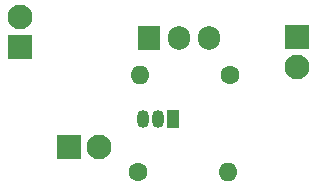
<source format=gbr>
%TF.GenerationSoftware,KiCad,Pcbnew,7.0.8+1*%
%TF.CreationDate,2024-02-21T23:20:15+01:00*%
%TF.ProjectId,MOS_SWITCH_LOAD,4d4f535f-5357-4495-9443-485f4c4f4144,rev?*%
%TF.SameCoordinates,Original*%
%TF.FileFunction,Copper,L1,Top*%
%TF.FilePolarity,Positive*%
%FSLAX46Y46*%
G04 Gerber Fmt 4.6, Leading zero omitted, Abs format (unit mm)*
G04 Created by KiCad (PCBNEW 7.0.8+1) date 2024-02-21 23:20:15*
%MOMM*%
%LPD*%
G01*
G04 APERTURE LIST*
%TA.AperFunction,ComponentPad*%
%ADD10C,1.600000*%
%TD*%
%TA.AperFunction,ComponentPad*%
%ADD11O,1.600000X1.600000*%
%TD*%
%TA.AperFunction,ComponentPad*%
%ADD12R,2.100000X2.100000*%
%TD*%
%TA.AperFunction,ComponentPad*%
%ADD13C,2.100000*%
%TD*%
%TA.AperFunction,ComponentPad*%
%ADD14R,1.905000X2.000000*%
%TD*%
%TA.AperFunction,ComponentPad*%
%ADD15O,1.905000X2.000000*%
%TD*%
%TA.AperFunction,ComponentPad*%
%ADD16R,1.050000X1.500000*%
%TD*%
%TA.AperFunction,ComponentPad*%
%ADD17O,1.050000X1.500000*%
%TD*%
G04 APERTURE END LIST*
D10*
%TO.P,R1,1*%
%TO.N,Net-(J1-Pin_1)*%
X108610000Y-50100000D03*
D11*
%TO.P,R1,2*%
%TO.N,Net-(Q3-D)*%
X100990000Y-50100000D03*
%TD*%
D12*
%TO.P,J1,1,Pin_1*%
%TO.N,Net-(J1-Pin_1)*%
X114250000Y-46910000D03*
D13*
%TO.P,J1,2,Pin_2*%
%TO.N,GND*%
X114250000Y-49450000D03*
%TD*%
D12*
%TO.P,J3,1,Pin_1*%
%TO.N,Net-(J3-Pin_1)*%
X94930000Y-56250000D03*
D13*
%TO.P,J3,2,Pin_2*%
%TO.N,GND*%
X97470000Y-56250000D03*
%TD*%
D10*
%TO.P,R2,1*%
%TO.N,Net-(J3-Pin_1)*%
X100790000Y-58350000D03*
D11*
%TO.P,R2,2*%
%TO.N,GND*%
X108410000Y-58350000D03*
%TD*%
D12*
%TO.P,J2,1,Pin_1*%
%TO.N,GND*%
X90800000Y-47750000D03*
D13*
%TO.P,J2,2,Pin_2*%
%TO.N,Net-(J2-Pin_2)*%
X90800000Y-45210000D03*
%TD*%
D14*
%TO.P,Q4,1,G*%
%TO.N,Net-(Q3-D)*%
X101750000Y-47000000D03*
D15*
%TO.P,Q4,2,D*%
%TO.N,Net-(J2-Pin_2)*%
X104290000Y-47000000D03*
%TO.P,Q4,3,S*%
%TO.N,Net-(J1-Pin_1)*%
X106830000Y-47000000D03*
%TD*%
D16*
%TO.P,Q3,1,S*%
%TO.N,GND*%
X103720000Y-53840000D03*
D17*
%TO.P,Q3,2,G*%
%TO.N,Net-(J3-Pin_1)*%
X102450000Y-53840000D03*
%TO.P,Q3,3,D*%
%TO.N,Net-(Q3-D)*%
X101180000Y-53840000D03*
%TD*%
M02*

</source>
